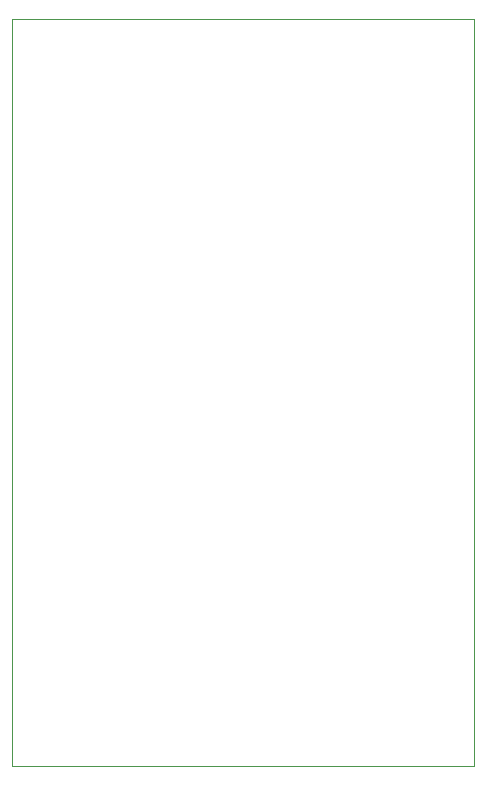
<source format=gbr>
%TF.GenerationSoftware,KiCad,Pcbnew,(5.1.7)-1*%
%TF.CreationDate,2020-11-11T21:30:07-07:00*%
%TF.ProjectId,Handheld-Backboard-E32-433T30D,48616e64-6865-46c6-942d-4261636b626f,rev?*%
%TF.SameCoordinates,PX76efc10PY4dffc60*%
%TF.FileFunction,Profile,NP*%
%FSLAX46Y46*%
G04 Gerber Fmt 4.6, Leading zero omitted, Abs format (unit mm)*
G04 Created by KiCad (PCBNEW (5.1.7)-1) date 2020-11-11 21:30:07*
%MOMM*%
%LPD*%
G01*
G04 APERTURE LIST*
%TA.AperFunction,Profile*%
%ADD10C,0.050000*%
%TD*%
G04 APERTURE END LIST*
D10*
X39116000Y0D02*
X39116000Y63246000D01*
X0Y0D02*
X0Y63246000D01*
X39116000Y0D02*
X0Y0D01*
X39116000Y63246000D02*
X0Y63246000D01*
M02*

</source>
